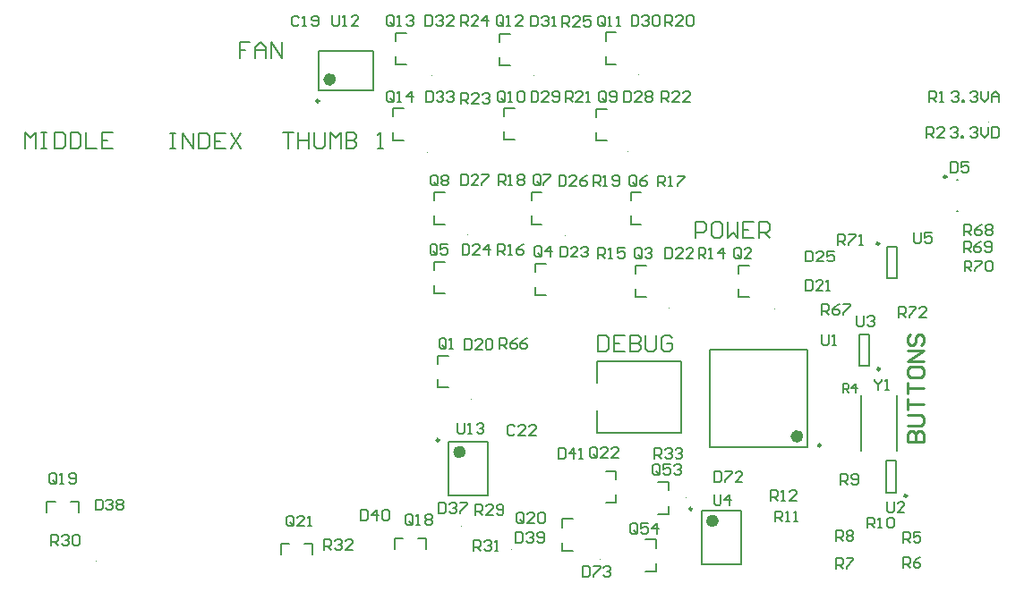
<source format=gto>
G04 Layer_Color=65535*
%FSLAX44Y44*%
%MOMM*%
G71*
G01*
G75*
%ADD33C,0.2500*%
%ADD34C,0.2000*%
%ADD43C,0.6000*%
%ADD47C,0.1000*%
%ADD48C,0.2540*%
D33*
X717250Y388800D02*
G03*
X717250Y388800I-1250J0D01*
G01*
X1133500Y574750D02*
G03*
X1133500Y574750I-1250J0D01*
G01*
X1134250Y456000D02*
G03*
X1134250Y456000I-1250J0D01*
G01*
X1159750Y336000D02*
G03*
X1159750Y336000I-1250J0D01*
G01*
X956500Y323550D02*
G03*
X956500Y323550I-1250J0D01*
G01*
X1078250Y383750D02*
G03*
X1078250Y383750I-1250J0D01*
G01*
X1197250Y638000D02*
G03*
X1197250Y638000I-1250J0D01*
G01*
X603700Y709750D02*
G03*
X603700Y709750I-1250J0D01*
G01*
D34*
X726500Y336500D02*
Y387500D01*
X763500Y336500D02*
Y387500D01*
X726500D02*
X763500D01*
X726500Y336500D02*
X763500D01*
X804500Y615500D02*
Y623250D01*
X814500D01*
X804500Y593250D02*
Y601000D01*
Y593250D02*
X814500D01*
X874750Y359500D02*
X884750D01*
Y351750D02*
Y359500D01*
X874750Y329500D02*
X884750D01*
Y337250D01*
X1150250Y541750D02*
Y571750D01*
X1141250Y541750D02*
Y571750D01*
Y541750D02*
X1150250D01*
X1141250Y571750D02*
X1150250D01*
X946250Y395750D02*
Y463750D01*
X866250Y395750D02*
Y416750D01*
Y442750D02*
Y463750D01*
X946250D01*
X866250Y395750D02*
X946250D01*
X1115000Y459000D02*
X1124000D01*
X1115000Y489000D02*
X1124000D01*
Y459000D02*
Y489000D01*
X1115000Y459000D02*
Y489000D01*
X1140500Y339000D02*
X1149500D01*
X1140500Y369000D02*
X1149500D01*
Y339000D02*
Y369000D01*
X1140500Y339000D02*
Y369000D01*
X965750Y271250D02*
Y322250D01*
X1002750Y271250D02*
Y322250D01*
X965750D02*
X1002750D01*
X965750Y271250D02*
X1002750D01*
X1150500Y378750D02*
Y430750D01*
X1116500Y378750D02*
Y430750D01*
X973750Y474250D02*
X1065750D01*
X973750Y382250D02*
X1065750D01*
X973750D02*
Y474250D01*
X1065750Y382250D02*
Y474250D01*
X1207000Y635500D02*
X1208000D01*
X1207000Y605500D02*
X1208000D01*
X912500Y294500D02*
X922500D01*
Y286750D02*
Y294500D01*
X912500Y264500D02*
X922500D01*
Y272250D01*
X934500Y318750D02*
Y326500D01*
X924500Y318750D02*
X934500D01*
Y341000D02*
Y348750D01*
X924500D02*
X934500D01*
X833750Y284000D02*
X843750D01*
X833750D02*
Y291750D01*
Y314000D02*
X843750D01*
X833750Y306250D02*
Y314000D01*
X368500Y330250D02*
X376250D01*
Y320250D02*
Y330250D01*
X346250D02*
X354000D01*
X346250Y320250D02*
Y330250D01*
X675250Y285750D02*
Y295750D01*
X683000D01*
X705250Y285750D02*
Y295750D01*
X697500D02*
X705250D01*
X673500Y672750D02*
X683500D01*
X673500D02*
Y680500D01*
Y702750D02*
X683500D01*
X673500Y695000D02*
Y702750D01*
X676500Y766500D02*
Y774250D01*
X686500D01*
X676500Y744250D02*
Y752000D01*
Y744250D02*
X686500D01*
X774750Y743500D02*
X784750D01*
X774750D02*
Y751250D01*
Y773500D02*
X784750D01*
X774750Y765750D02*
Y773500D01*
X874750Y766750D02*
Y774500D01*
X884750D01*
X874750Y744500D02*
Y752250D01*
Y744500D02*
X884750D01*
X778500Y673000D02*
X788500D01*
X778500D02*
Y680750D01*
Y703000D02*
X788500D01*
X778500Y695250D02*
Y703000D01*
X865750Y694500D02*
Y702250D01*
X875750D01*
X865750Y672250D02*
Y680000D01*
Y672250D02*
X875750D01*
X712750Y593250D02*
X722750D01*
X712750D02*
Y601000D01*
Y623250D02*
X722750D01*
X712750Y615500D02*
Y623250D01*
X898500Y593250D02*
X908500D01*
X898500D02*
Y601000D01*
Y623250D02*
X908500D01*
X898500Y615500D02*
Y623250D01*
X712750Y549750D02*
Y557500D01*
X722750D01*
X712750Y527500D02*
Y535250D01*
Y527500D02*
X722750D01*
X808250Y525750D02*
X818250D01*
X808250D02*
Y533500D01*
Y555750D02*
X818250D01*
X808250Y548000D02*
Y555750D01*
X903000Y546250D02*
Y554000D01*
X913000D01*
X903000Y524000D02*
Y531750D01*
Y524000D02*
X913000D01*
X1000750D02*
X1010750D01*
X1000750D02*
Y531750D01*
Y554000D02*
X1010750D01*
X1000750Y546250D02*
Y554000D01*
X716250Y460750D02*
Y468500D01*
X726250D01*
X716250Y438500D02*
Y446250D01*
Y438500D02*
X726250D01*
X603750Y720250D02*
X654750D01*
X603750Y757250D02*
X654750D01*
X603750Y720250D02*
Y757250D01*
X654750Y720250D02*
Y757250D01*
X590000Y290250D02*
X597750D01*
Y280250D02*
Y290250D01*
X567750D02*
X575500D01*
X567750Y280250D02*
Y290250D01*
X812915Y631666D02*
Y638331D01*
X811248Y639997D01*
X807916D01*
X806250Y638331D01*
Y631666D01*
X807916Y630000D01*
X811248D01*
X809582Y633332D02*
X812915Y630000D01*
X811248D02*
X812915Y631666D01*
X816247Y639997D02*
X822911D01*
Y638331D01*
X816247Y631666D01*
Y630000D01*
X866887Y373403D02*
Y380067D01*
X865221Y381734D01*
X861889D01*
X860223Y380067D01*
Y373403D01*
X861889Y371737D01*
X865221D01*
X863555Y375069D02*
X866887Y371737D01*
X865221D02*
X866887Y373403D01*
X876884Y371737D02*
X870219D01*
X876884Y378401D01*
Y380067D01*
X875218Y381734D01*
X871886D01*
X870219Y380067D01*
X886881Y371737D02*
X880216D01*
X886881Y378401D01*
Y380067D01*
X885215Y381734D01*
X881882D01*
X880216Y380067D01*
X1166750Y585497D02*
Y577166D01*
X1168416Y575500D01*
X1171748D01*
X1173415Y577166D01*
Y585497D01*
X1183411D02*
X1176747D01*
Y580498D01*
X1180079Y582164D01*
X1181745D01*
X1183411Y580498D01*
Y577166D01*
X1181745Y575500D01*
X1178413D01*
X1176747Y577166D01*
X1151750Y505000D02*
Y514997D01*
X1156748D01*
X1158415Y513331D01*
Y509998D01*
X1156748Y508332D01*
X1151750D01*
X1155082D02*
X1158415Y505000D01*
X1161747Y514997D02*
X1168411D01*
Y513331D01*
X1161747Y506666D01*
Y505000D01*
X1178408D02*
X1171743D01*
X1178408Y511665D01*
Y513331D01*
X1176742Y514997D01*
X1173410D01*
X1171743Y513331D01*
X1094750Y573250D02*
Y583247D01*
X1099748D01*
X1101414Y581581D01*
Y578248D01*
X1099748Y576582D01*
X1094750D01*
X1098082D02*
X1101414Y573250D01*
X1104747Y583247D02*
X1111411D01*
Y581581D01*
X1104747Y574916D01*
Y573250D01*
X1114744D02*
X1118076D01*
X1116410D01*
Y583247D01*
X1114744Y581581D01*
X326000Y664750D02*
Y679745D01*
X330998Y674747D01*
X335997Y679745D01*
Y664750D01*
X340995Y679745D02*
X345993D01*
X343494D01*
Y664750D01*
X340995D01*
X345993D01*
X353491Y679745D02*
Y664750D01*
X360989D01*
X363488Y667249D01*
Y677246D01*
X360989Y679745D01*
X353491D01*
X368486D02*
Y664750D01*
X375984D01*
X378483Y667249D01*
Y677246D01*
X375984Y679745D01*
X368486D01*
X383481D02*
Y664750D01*
X393478D01*
X408473Y679745D02*
X398476D01*
Y664750D01*
X408473D01*
X398476Y672248D02*
X403475D01*
X960000Y580500D02*
Y595495D01*
X967498D01*
X969997Y592996D01*
Y587998D01*
X967498Y585498D01*
X960000D01*
X982493Y595495D02*
X977494D01*
X974995Y592996D01*
Y582999D01*
X977494Y580500D01*
X982493D01*
X984992Y582999D01*
Y592996D01*
X982493Y595495D01*
X989990D02*
Y580500D01*
X994989Y585498D01*
X999987Y580500D01*
Y595495D01*
X1014982D02*
X1004985D01*
Y580500D01*
X1014982D01*
X1004985Y587998D02*
X1009984D01*
X1019981Y580500D02*
Y595495D01*
X1027478D01*
X1029977Y592996D01*
Y587998D01*
X1027478Y585498D01*
X1019981D01*
X1024979D02*
X1029977Y580500D01*
X1156000Y291750D02*
Y301747D01*
X1160998D01*
X1162665Y300081D01*
Y296748D01*
X1160998Y295082D01*
X1156000D01*
X1159332D02*
X1162665Y291750D01*
X1172661Y301747D02*
X1165997D01*
Y296748D01*
X1169329Y298414D01*
X1170995D01*
X1172661Y296748D01*
Y293416D01*
X1170995Y291750D01*
X1167663D01*
X1165997Y293416D01*
X1156000Y267750D02*
Y277747D01*
X1160998D01*
X1162665Y276081D01*
Y272748D01*
X1160998Y271082D01*
X1156000D01*
X1159332D02*
X1162665Y267750D01*
X1172661Y277747D02*
X1169329Y276081D01*
X1165997Y272748D01*
Y269416D01*
X1167663Y267750D01*
X1170995D01*
X1172661Y269416D01*
Y271082D01*
X1170995Y272748D01*
X1165997D01*
X1092500Y267250D02*
Y277247D01*
X1097498D01*
X1099165Y275581D01*
Y272248D01*
X1097498Y270582D01*
X1092500D01*
X1095832D02*
X1099165Y267250D01*
X1102497Y277247D02*
X1109161D01*
Y275581D01*
X1102497Y268916D01*
Y267250D01*
X1092500Y293000D02*
Y302997D01*
X1097498D01*
X1099165Y301331D01*
Y297998D01*
X1097498Y296332D01*
X1092500D01*
X1095832D02*
X1099165Y293000D01*
X1102497Y301331D02*
X1104163Y302997D01*
X1107495D01*
X1109161Y301331D01*
Y299664D01*
X1107495Y297998D01*
X1109161Y296332D01*
Y294666D01*
X1107495Y293000D01*
X1104163D01*
X1102497Y294666D01*
Y296332D01*
X1104163Y297998D01*
X1102497Y299664D01*
Y301331D01*
X1104163Y297998D02*
X1107495D01*
X1097250Y346750D02*
Y356747D01*
X1102248D01*
X1103914Y355081D01*
Y351748D01*
X1102248Y350082D01*
X1097250D01*
X1100582D02*
X1103914Y346750D01*
X1107247Y348416D02*
X1108913Y346750D01*
X1112245D01*
X1113911Y348416D01*
Y355081D01*
X1112245Y356747D01*
X1108913D01*
X1107247Y355081D01*
Y353414D01*
X1108913Y351748D01*
X1113911D01*
X1122750Y305500D02*
Y315497D01*
X1127748D01*
X1129415Y313831D01*
Y310498D01*
X1127748Y308832D01*
X1122750D01*
X1126082D02*
X1129415Y305500D01*
X1132747D02*
X1136079D01*
X1134413D01*
Y315497D01*
X1132747Y313831D01*
X1141077D02*
X1142744Y315497D01*
X1146076D01*
X1147742Y313831D01*
Y307166D01*
X1146076Y305500D01*
X1142744D01*
X1141077Y307166D01*
Y313831D01*
X584915Y788831D02*
X583248Y790497D01*
X579916D01*
X578250Y788831D01*
Y782166D01*
X579916Y780500D01*
X583248D01*
X584915Y782166D01*
X588247Y780500D02*
X591579D01*
X589913D01*
Y790497D01*
X588247Y788831D01*
X596577Y782166D02*
X598244Y780500D01*
X601576D01*
X603242Y782166D01*
Y788831D01*
X601576Y790497D01*
X598244D01*
X596577Y788831D01*
Y787165D01*
X598244Y785498D01*
X603242D01*
X788664Y401581D02*
X786998Y403247D01*
X783666D01*
X782000Y401581D01*
Y394916D01*
X783666Y393250D01*
X786998D01*
X788664Y394916D01*
X798661Y393250D02*
X791997D01*
X798661Y399915D01*
Y401581D01*
X796995Y403247D01*
X793663D01*
X791997Y401581D01*
X808658Y393250D02*
X801994D01*
X808658Y399915D01*
Y401581D01*
X806992Y403247D01*
X803660D01*
X801994Y401581D01*
X1201750Y717081D02*
X1203416Y718747D01*
X1206748D01*
X1208415Y717081D01*
Y715415D01*
X1206748Y713748D01*
X1205082D01*
X1206748D01*
X1208415Y712082D01*
Y710416D01*
X1206748Y708750D01*
X1203416D01*
X1201750Y710416D01*
X1211747Y708750D02*
Y710416D01*
X1213413D01*
Y708750D01*
X1211747D01*
X1220077Y717081D02*
X1221744Y718747D01*
X1225076D01*
X1226742Y717081D01*
Y715415D01*
X1225076Y713748D01*
X1223410D01*
X1225076D01*
X1226742Y712082D01*
Y710416D01*
X1225076Y708750D01*
X1221744D01*
X1220077Y710416D01*
X1230074Y718747D02*
Y712082D01*
X1233406Y708750D01*
X1236739Y712082D01*
Y718747D01*
X1240071Y708750D02*
Y715415D01*
X1243403Y718747D01*
X1246736Y715415D01*
Y708750D01*
Y713748D01*
X1240071D01*
X1201500Y683331D02*
X1203166Y684997D01*
X1206498D01*
X1208165Y683331D01*
Y681665D01*
X1206498Y679998D01*
X1204832D01*
X1206498D01*
X1208165Y678332D01*
Y676666D01*
X1206498Y675000D01*
X1203166D01*
X1201500Y676666D01*
X1211497Y675000D02*
Y676666D01*
X1213163D01*
Y675000D01*
X1211497D01*
X1219827Y683331D02*
X1221494Y684997D01*
X1224826D01*
X1226492Y683331D01*
Y681665D01*
X1224826Y679998D01*
X1223160D01*
X1224826D01*
X1226492Y678332D01*
Y676666D01*
X1224826Y675000D01*
X1221494D01*
X1219827Y676666D01*
X1229824Y684997D02*
Y678332D01*
X1233157Y675000D01*
X1236489Y678332D01*
Y684997D01*
X1239821D02*
Y675000D01*
X1244819D01*
X1246486Y676666D01*
Y683331D01*
X1244819Y684997D01*
X1239821D01*
X1201250Y651747D02*
Y641750D01*
X1206248D01*
X1207915Y643416D01*
Y650081D01*
X1206248Y651747D01*
X1201250D01*
X1217911D02*
X1211247D01*
Y646748D01*
X1214579Y648415D01*
X1216245D01*
X1217911Y646748D01*
Y643416D01*
X1216245Y641750D01*
X1212913D01*
X1211247Y643416D01*
X392250Y332497D02*
Y322500D01*
X397248D01*
X398914Y324166D01*
Y330831D01*
X397248Y332497D01*
X392250D01*
X402247Y330831D02*
X403913Y332497D01*
X407245D01*
X408911Y330831D01*
Y329165D01*
X407245Y327498D01*
X405579D01*
X407245D01*
X408911Y325832D01*
Y324166D01*
X407245Y322500D01*
X403913D01*
X402247Y324166D01*
X412243Y330831D02*
X413910Y332497D01*
X417242D01*
X418908Y330831D01*
Y329165D01*
X417242Y327498D01*
X418908Y325832D01*
Y324166D01*
X417242Y322500D01*
X413910D01*
X412243Y324166D01*
Y325832D01*
X413910Y327498D01*
X412243Y329165D01*
Y330831D01*
X413910Y327498D02*
X417242D01*
X790000Y301497D02*
Y291500D01*
X794998D01*
X796665Y293166D01*
Y299831D01*
X794998Y301497D01*
X790000D01*
X799997Y299831D02*
X801663Y301497D01*
X804995D01*
X806661Y299831D01*
Y298165D01*
X804995Y296498D01*
X803329D01*
X804995D01*
X806661Y294832D01*
Y293166D01*
X804995Y291500D01*
X801663D01*
X799997Y293166D01*
X809994D02*
X811660Y291500D01*
X814992D01*
X816658Y293166D01*
Y299831D01*
X814992Y301497D01*
X811660D01*
X809994Y299831D01*
Y298165D01*
X811660Y296498D01*
X816658D01*
X643500Y322497D02*
Y312500D01*
X648498D01*
X650164Y314166D01*
Y320831D01*
X648498Y322497D01*
X643500D01*
X658495Y312500D02*
Y322497D01*
X653497Y317498D01*
X660161D01*
X663493Y320831D02*
X665160Y322497D01*
X668492D01*
X670158Y320831D01*
Y314166D01*
X668492Y312500D01*
X665160D01*
X663493Y314166D01*
Y320831D01*
X830000Y380997D02*
Y371000D01*
X834998D01*
X836665Y372666D01*
Y379331D01*
X834998Y380997D01*
X830000D01*
X844995Y371000D02*
Y380997D01*
X839997Y375998D01*
X846661D01*
X849994Y371000D02*
X853326D01*
X851660D01*
Y380997D01*
X849994Y379331D01*
X867750Y487495D02*
Y472500D01*
X875248D01*
X877747Y474999D01*
Y484996D01*
X875248Y487495D01*
X867750D01*
X892742D02*
X882745D01*
Y472500D01*
X892742D01*
X882745Y479998D02*
X887744D01*
X897740Y487495D02*
Y472500D01*
X905238D01*
X907737Y474999D01*
Y477498D01*
X905238Y479998D01*
X897740D01*
X905238D01*
X907737Y482497D01*
Y484996D01*
X905238Y487495D01*
X897740D01*
X912735D02*
Y474999D01*
X915235Y472500D01*
X920233D01*
X922732Y474999D01*
Y487495D01*
X937727Y484996D02*
X935228Y487495D01*
X930230D01*
X927731Y484996D01*
Y474999D01*
X930230Y472500D01*
X935228D01*
X937727Y474999D01*
Y479998D01*
X932729D01*
X723914Y476916D02*
Y483581D01*
X722248Y485247D01*
X718916D01*
X717250Y483581D01*
Y476916D01*
X718916Y475250D01*
X722248D01*
X720582Y478582D02*
X723914Y475250D01*
X722248D02*
X723914Y476916D01*
X727247Y475250D02*
X730579D01*
X728913D01*
Y485247D01*
X727247Y483581D01*
X1002664Y562166D02*
Y568831D01*
X1000998Y570497D01*
X997666D01*
X996000Y568831D01*
Y562166D01*
X997666Y560500D01*
X1000998D01*
X999332Y563832D02*
X1002664Y560500D01*
X1000998D02*
X1002664Y562166D01*
X1012661Y560500D02*
X1005997D01*
X1012661Y567164D01*
Y568831D01*
X1010995Y570497D01*
X1007663D01*
X1005997Y568831D01*
X908664Y562166D02*
Y568831D01*
X906998Y570497D01*
X903666D01*
X902000Y568831D01*
Y562166D01*
X903666Y560500D01*
X906998D01*
X905332Y563832D02*
X908664Y560500D01*
X906998D02*
X908664Y562166D01*
X911997Y568831D02*
X913663Y570497D01*
X916995D01*
X918661Y568831D01*
Y567164D01*
X916995Y565498D01*
X915329D01*
X916995D01*
X918661Y563832D01*
Y562166D01*
X916995Y560500D01*
X913663D01*
X911997Y562166D01*
X813914Y563916D02*
Y570581D01*
X812248Y572247D01*
X808916D01*
X807250Y570581D01*
Y563916D01*
X808916Y562250D01*
X812248D01*
X810582Y565582D02*
X813914Y562250D01*
X812248D02*
X813914Y563916D01*
X822245Y562250D02*
Y572247D01*
X817247Y567248D01*
X823911D01*
X715415Y565666D02*
Y572331D01*
X713748Y573997D01*
X710416D01*
X708750Y572331D01*
Y565666D01*
X710416Y564000D01*
X713748D01*
X712082Y567332D02*
X715415Y564000D01*
X713748D02*
X715415Y565666D01*
X725411Y573997D02*
X718747D01*
Y568998D01*
X722079Y570664D01*
X723745D01*
X725411Y568998D01*
Y565666D01*
X723745Y564000D01*
X720413D01*
X718747Y565666D01*
X903914Y630916D02*
Y637581D01*
X902248Y639247D01*
X898916D01*
X897250Y637581D01*
Y630916D01*
X898916Y629250D01*
X902248D01*
X900582Y632582D02*
X903914Y629250D01*
X902248D02*
X903914Y630916D01*
X913911Y639247D02*
X910579Y637581D01*
X907247Y634248D01*
Y630916D01*
X908913Y629250D01*
X912245D01*
X913911Y630916D01*
Y632582D01*
X912245Y634248D01*
X907247D01*
X715915Y631416D02*
Y638081D01*
X714248Y639747D01*
X710916D01*
X709250Y638081D01*
Y631416D01*
X710916Y629750D01*
X714248D01*
X712582Y633082D02*
X715915Y629750D01*
X714248D02*
X715915Y631416D01*
X719247Y638081D02*
X720913Y639747D01*
X724245D01*
X725911Y638081D01*
Y636414D01*
X724245Y634748D01*
X725911Y633082D01*
Y631416D01*
X724245Y629750D01*
X720913D01*
X719247Y631416D01*
Y633082D01*
X720913Y634748D01*
X719247Y636414D01*
Y638081D01*
X720913Y634748D02*
X724245D01*
X874914Y710666D02*
Y717331D01*
X873248Y718997D01*
X869916D01*
X868250Y717331D01*
Y710666D01*
X869916Y709000D01*
X873248D01*
X871582Y712332D02*
X874914Y709000D01*
X873248D02*
X874914Y710666D01*
X878247D02*
X879913Y709000D01*
X883245D01*
X884911Y710666D01*
Y717331D01*
X883245Y718997D01*
X879913D01*
X878247Y717331D01*
Y715665D01*
X879913Y713998D01*
X884911D01*
X779665Y710916D02*
Y717581D01*
X777998Y719247D01*
X774666D01*
X773000Y717581D01*
Y710916D01*
X774666Y709250D01*
X777998D01*
X776332Y712582D02*
X779665Y709250D01*
X777998D02*
X779665Y710916D01*
X782997Y709250D02*
X786329D01*
X784663D01*
Y719247D01*
X782997Y717581D01*
X791327D02*
X792994Y719247D01*
X796326D01*
X797992Y717581D01*
Y710916D01*
X796326Y709250D01*
X792994D01*
X791327Y710916D01*
Y717581D01*
X873914Y782166D02*
Y788831D01*
X872248Y790497D01*
X868916D01*
X867250Y788831D01*
Y782166D01*
X868916Y780500D01*
X872248D01*
X870582Y783832D02*
X873914Y780500D01*
X872248D02*
X873914Y782166D01*
X877247Y780500D02*
X880579D01*
X878913D01*
Y790497D01*
X877247Y788831D01*
X885577Y780500D02*
X888910D01*
X887244D01*
Y790497D01*
X885577Y788831D01*
X778165Y782416D02*
Y789081D01*
X776498Y790747D01*
X773166D01*
X771500Y789081D01*
Y782416D01*
X773166Y780750D01*
X776498D01*
X774832Y784082D02*
X778165Y780750D01*
X776498D02*
X778165Y782416D01*
X781497Y780750D02*
X784829D01*
X783163D01*
Y790747D01*
X781497Y789081D01*
X796492Y780750D02*
X789827D01*
X796492Y787414D01*
Y789081D01*
X794826Y790747D01*
X791494D01*
X789827Y789081D01*
X674665Y782416D02*
Y789081D01*
X672998Y790747D01*
X669666D01*
X668000Y789081D01*
Y782416D01*
X669666Y780750D01*
X672998D01*
X671332Y784082D02*
X674665Y780750D01*
X672998D02*
X674665Y782416D01*
X677997Y780750D02*
X681329D01*
X679663D01*
Y790747D01*
X677997Y789081D01*
X686327D02*
X687994Y790747D01*
X691326D01*
X692992Y789081D01*
Y787414D01*
X691326Y785748D01*
X689660D01*
X691326D01*
X692992Y784082D01*
Y782416D01*
X691326Y780750D01*
X687994D01*
X686327Y782416D01*
X674415Y710916D02*
Y717581D01*
X672748Y719247D01*
X669416D01*
X667750Y717581D01*
Y710916D01*
X669416Y709250D01*
X672748D01*
X671082Y712582D02*
X674415Y709250D01*
X672748D02*
X674415Y710916D01*
X677747Y709250D02*
X681079D01*
X679413D01*
Y719247D01*
X677747Y717581D01*
X691076Y709250D02*
Y719247D01*
X686077Y714248D01*
X692742D01*
X692414Y310416D02*
Y317081D01*
X690748Y318747D01*
X687416D01*
X685750Y317081D01*
Y310416D01*
X687416Y308750D01*
X690748D01*
X689082Y312082D02*
X692414Y308750D01*
X690748D02*
X692414Y310416D01*
X695747Y308750D02*
X699079D01*
X697413D01*
Y318747D01*
X695747Y317081D01*
X704077D02*
X705743Y318747D01*
X709076D01*
X710742Y317081D01*
Y315415D01*
X709076Y313748D01*
X710742Y312082D01*
Y310416D01*
X709076Y308750D01*
X705743D01*
X704077Y310416D01*
Y312082D01*
X705743Y313748D01*
X704077Y315415D01*
Y317081D01*
X705743Y313748D02*
X709076D01*
X355415Y348916D02*
Y355581D01*
X353748Y357247D01*
X350416D01*
X348750Y355581D01*
Y348916D01*
X350416Y347250D01*
X353748D01*
X352082Y350582D02*
X355415Y347250D01*
X353748D02*
X355415Y348916D01*
X358747Y347250D02*
X362079D01*
X360413D01*
Y357247D01*
X358747Y355581D01*
X367077Y348916D02*
X368744Y347250D01*
X372076D01*
X373742Y348916D01*
Y355581D01*
X372076Y357247D01*
X368744D01*
X367077Y355581D01*
Y353914D01*
X368744Y352248D01*
X373742D01*
X797165Y312166D02*
Y318831D01*
X795498Y320497D01*
X792166D01*
X790500Y318831D01*
Y312166D01*
X792166Y310500D01*
X795498D01*
X793832Y313832D02*
X797165Y310500D01*
X795498D02*
X797165Y312166D01*
X807161Y310500D02*
X800497D01*
X807161Y317164D01*
Y318831D01*
X805495Y320497D01*
X802163D01*
X800497Y318831D01*
X810494D02*
X812160Y320497D01*
X815492D01*
X817158Y318831D01*
Y312166D01*
X815492Y310500D01*
X812160D01*
X810494Y312166D01*
Y318831D01*
X1180750Y709000D02*
Y718997D01*
X1185748D01*
X1187414Y717331D01*
Y713998D01*
X1185748Y712332D01*
X1180750D01*
X1184082D02*
X1187414Y709000D01*
X1190747D02*
X1194079D01*
X1192413D01*
Y718997D01*
X1190747Y717331D01*
X1178500Y675000D02*
Y684997D01*
X1183498D01*
X1185164Y683331D01*
Y679998D01*
X1183498Y678332D01*
X1178500D01*
X1181832D02*
X1185164Y675000D01*
X1195161D02*
X1188497D01*
X1195161Y681665D01*
Y683331D01*
X1193495Y684997D01*
X1190163D01*
X1188497Y683331D01*
X1099500Y434000D02*
Y441997D01*
X1103499D01*
X1104832Y440664D01*
Y437999D01*
X1103499Y436666D01*
X1099500D01*
X1102166D02*
X1104832Y434000D01*
X1111496D02*
Y441997D01*
X1107497Y437999D01*
X1112829D01*
X1035000Y311500D02*
Y321497D01*
X1039998D01*
X1041665Y319831D01*
Y316498D01*
X1039998Y314832D01*
X1035000D01*
X1038332D02*
X1041665Y311500D01*
X1044997D02*
X1048329D01*
X1046663D01*
Y321497D01*
X1044997Y319831D01*
X1053327Y311500D02*
X1056660D01*
X1054994D01*
Y321497D01*
X1053327Y319831D01*
X1030750Y331250D02*
Y341247D01*
X1035748D01*
X1037414Y339581D01*
Y336248D01*
X1035748Y334582D01*
X1030750D01*
X1034082D02*
X1037414Y331250D01*
X1040747D02*
X1044079D01*
X1042413D01*
Y341247D01*
X1040747Y339581D01*
X1055742Y331250D02*
X1049077D01*
X1055742Y337915D01*
Y339581D01*
X1054076Y341247D01*
X1050743D01*
X1049077Y339581D01*
X350250Y289250D02*
Y299247D01*
X355248D01*
X356914Y297581D01*
Y294248D01*
X355248Y292582D01*
X350250D01*
X353582D02*
X356914Y289250D01*
X360247Y297581D02*
X361913Y299247D01*
X365245D01*
X366911Y297581D01*
Y295914D01*
X365245Y294248D01*
X363579D01*
X365245D01*
X366911Y292582D01*
Y290916D01*
X365245Y289250D01*
X361913D01*
X360247Y290916D01*
X370244Y297581D02*
X371910Y299247D01*
X375242D01*
X376908Y297581D01*
Y290916D01*
X375242Y289250D01*
X371910D01*
X370244Y290916D01*
Y297581D01*
X867500Y560500D02*
Y570497D01*
X872498D01*
X874165Y568831D01*
Y565498D01*
X872498Y563832D01*
X867500D01*
X870832D02*
X874165Y560500D01*
X877497D02*
X880829D01*
X879163D01*
Y570497D01*
X877497Y568831D01*
X892492Y570497D02*
X885827D01*
Y565498D01*
X889160Y567164D01*
X890826D01*
X892492Y565498D01*
Y562166D01*
X890826Y560500D01*
X887494D01*
X885827Y562166D01*
X608500Y284500D02*
Y294497D01*
X613498D01*
X615164Y292831D01*
Y289498D01*
X613498Y287832D01*
X608500D01*
X611832D02*
X615164Y284500D01*
X618497Y292831D02*
X620163Y294497D01*
X623495D01*
X625161Y292831D01*
Y291164D01*
X623495Y289498D01*
X621829D01*
X623495D01*
X625161Y287832D01*
Y286166D01*
X623495Y284500D01*
X620163D01*
X618497Y286166D01*
X635158Y284500D02*
X628494D01*
X635158Y291164D01*
Y292831D01*
X633492Y294497D01*
X630160D01*
X628494Y292831D01*
X920750Y371000D02*
Y380997D01*
X925748D01*
X927414Y379331D01*
Y375998D01*
X925748Y374332D01*
X920750D01*
X924082D02*
X927414Y371000D01*
X930747Y379331D02*
X932413Y380997D01*
X935745D01*
X937411Y379331D01*
Y377664D01*
X935745Y375998D01*
X934079D01*
X935745D01*
X937411Y374332D01*
Y372666D01*
X935745Y371000D01*
X932413D01*
X930747Y372666D01*
X940744Y379331D02*
X942410Y380997D01*
X945742D01*
X947408Y379331D01*
Y377664D01*
X945742Y375998D01*
X944076D01*
X945742D01*
X947408Y374332D01*
Y372666D01*
X945742Y371000D01*
X942410D01*
X940744Y372666D01*
X927750Y708750D02*
Y718747D01*
X932748D01*
X934415Y717081D01*
Y713748D01*
X932748Y712082D01*
X927750D01*
X931082D02*
X934415Y708750D01*
X944411D02*
X937747D01*
X944411Y715415D01*
Y717081D01*
X942745Y718747D01*
X939413D01*
X937747Y717081D01*
X954408Y708750D02*
X947744D01*
X954408Y715415D01*
Y717081D01*
X952742Y718747D01*
X949410D01*
X947744Y717081D01*
X738000Y707250D02*
Y717247D01*
X742998D01*
X744665Y715581D01*
Y712248D01*
X742998Y710582D01*
X738000D01*
X741332D02*
X744665Y707250D01*
X754661D02*
X747997D01*
X754661Y713914D01*
Y715581D01*
X752995Y717247D01*
X749663D01*
X747997Y715581D01*
X757994D02*
X759660Y717247D01*
X762992D01*
X764658Y715581D01*
Y713914D01*
X762992Y712248D01*
X761326D01*
X762992D01*
X764658Y710582D01*
Y708916D01*
X762992Y707250D01*
X759660D01*
X757994Y708916D01*
X1079250Y488497D02*
Y480166D01*
X1080916Y478500D01*
X1084248D01*
X1085915Y480166D01*
Y488497D01*
X1089247Y478500D02*
X1092579D01*
X1090913D01*
Y488497D01*
X1089247Y486831D01*
X1140750Y330497D02*
Y322166D01*
X1142416Y320500D01*
X1145748D01*
X1147414Y322166D01*
Y330497D01*
X1157411Y320500D02*
X1150747D01*
X1157411Y327164D01*
Y328831D01*
X1155745Y330497D01*
X1152413D01*
X1150747Y328831D01*
X1112250Y506497D02*
Y498166D01*
X1113916Y496500D01*
X1117248D01*
X1118914Y498166D01*
Y506497D01*
X1122247Y504831D02*
X1123913Y506497D01*
X1127245D01*
X1128911Y504831D01*
Y503164D01*
X1127245Y501498D01*
X1125579D01*
X1127245D01*
X1128911Y499832D01*
Y498166D01*
X1127245Y496500D01*
X1123913D01*
X1122247Y498166D01*
X977250Y337247D02*
Y328916D01*
X978916Y327250D01*
X982248D01*
X983914Y328916D01*
Y337247D01*
X992245Y327250D02*
Y337247D01*
X987247Y332248D01*
X993911D01*
X734500Y404497D02*
Y396166D01*
X736166Y394500D01*
X739498D01*
X741164Y396166D01*
Y404497D01*
X744497Y394500D02*
X747829D01*
X746163D01*
Y404497D01*
X744497Y402831D01*
X752827D02*
X754494Y404497D01*
X757826D01*
X759492Y402831D01*
Y401165D01*
X757826Y399498D01*
X756160D01*
X757826D01*
X759492Y397832D01*
Y396166D01*
X757826Y394500D01*
X754494D01*
X752827Y396166D01*
X1129500Y446247D02*
Y444581D01*
X1132832Y441248D01*
X1136164Y444581D01*
Y446247D01*
X1132832Y441248D02*
Y436250D01*
X1139497D02*
X1142829D01*
X1141163D01*
Y446247D01*
X1139497Y444581D01*
X741250Y484747D02*
Y474750D01*
X746248D01*
X747915Y476416D01*
Y483081D01*
X746248Y484747D01*
X741250D01*
X757911Y474750D02*
X751247D01*
X757911Y481414D01*
Y483081D01*
X756245Y484747D01*
X752913D01*
X751247Y483081D01*
X761244D02*
X762910Y484747D01*
X766242D01*
X767908Y483081D01*
Y476416D01*
X766242Y474750D01*
X762910D01*
X761244Y476416D01*
Y483081D01*
X1063750Y540497D02*
Y530500D01*
X1068748D01*
X1070415Y532166D01*
Y538831D01*
X1068748Y540497D01*
X1063750D01*
X1080411Y530500D02*
X1073747D01*
X1080411Y537164D01*
Y538831D01*
X1078745Y540497D01*
X1075413D01*
X1073747Y538831D01*
X1083744Y530500D02*
X1087076D01*
X1085410D01*
Y540497D01*
X1083744Y538831D01*
X931000Y570497D02*
Y560500D01*
X935998D01*
X937664Y562166D01*
Y568831D01*
X935998Y570497D01*
X931000D01*
X947661Y560500D02*
X940997D01*
X947661Y567164D01*
Y568831D01*
X945995Y570497D01*
X942663D01*
X940997Y568831D01*
X957658Y560500D02*
X950994D01*
X957658Y567164D01*
Y568831D01*
X955992Y570497D01*
X952660D01*
X950994Y568831D01*
X831750Y571997D02*
Y562000D01*
X836748D01*
X838415Y563666D01*
Y570331D01*
X836748Y571997D01*
X831750D01*
X848411Y562000D02*
X841747D01*
X848411Y568665D01*
Y570331D01*
X846745Y571997D01*
X843413D01*
X841747Y570331D01*
X851744D02*
X853410Y571997D01*
X856742D01*
X858408Y570331D01*
Y568665D01*
X856742Y566998D01*
X855076D01*
X856742D01*
X858408Y565332D01*
Y563666D01*
X856742Y562000D01*
X853410D01*
X851744Y563666D01*
X739250Y574247D02*
Y564250D01*
X744248D01*
X745915Y565916D01*
Y572581D01*
X744248Y574247D01*
X739250D01*
X755911Y564250D02*
X749247D01*
X755911Y570914D01*
Y572581D01*
X754245Y574247D01*
X750913D01*
X749247Y572581D01*
X764242Y564250D02*
Y574247D01*
X759244Y569248D01*
X765908D01*
X1064000Y567747D02*
Y557750D01*
X1068998D01*
X1070665Y559416D01*
Y566081D01*
X1068998Y567747D01*
X1064000D01*
X1080661Y557750D02*
X1073997D01*
X1080661Y564414D01*
Y566081D01*
X1078995Y567747D01*
X1075663D01*
X1073997Y566081D01*
X1090658Y567747D02*
X1083994D01*
Y562748D01*
X1087326Y564414D01*
X1088992D01*
X1090658Y562748D01*
Y559416D01*
X1088992Y557750D01*
X1085660D01*
X1083994Y559416D01*
X830750Y639247D02*
Y629250D01*
X835748D01*
X837414Y630916D01*
Y637581D01*
X835748Y639247D01*
X830750D01*
X847411Y629250D02*
X840747D01*
X847411Y635914D01*
Y637581D01*
X845745Y639247D01*
X842413D01*
X840747Y637581D01*
X857408Y639247D02*
X854076Y637581D01*
X850744Y634248D01*
Y630916D01*
X852410Y629250D01*
X855742D01*
X857408Y630916D01*
Y632582D01*
X855742Y634248D01*
X850744D01*
X737750Y639997D02*
Y630000D01*
X742748D01*
X744415Y631666D01*
Y638331D01*
X742748Y639997D01*
X737750D01*
X754411Y630000D02*
X747747D01*
X754411Y636665D01*
Y638331D01*
X752745Y639997D01*
X749413D01*
X747747Y638331D01*
X757744Y639997D02*
X764408D01*
Y638331D01*
X757744Y631666D01*
Y630000D01*
X892250Y718997D02*
Y709000D01*
X897248D01*
X898914Y710666D01*
Y717331D01*
X897248Y718997D01*
X892250D01*
X908911Y709000D02*
X902247D01*
X908911Y715665D01*
Y717331D01*
X907245Y718997D01*
X903913D01*
X902247Y717331D01*
X912244D02*
X913910Y718997D01*
X917242D01*
X918908Y717331D01*
Y715665D01*
X917242Y713998D01*
X918908Y712332D01*
Y710666D01*
X917242Y709000D01*
X913910D01*
X912244Y710666D01*
Y712332D01*
X913910Y713998D01*
X912244Y715665D01*
Y717331D01*
X913910Y713998D02*
X917242D01*
X804500Y718747D02*
Y708750D01*
X809498D01*
X811164Y710416D01*
Y717081D01*
X809498Y718747D01*
X804500D01*
X821161Y708750D02*
X814497D01*
X821161Y715415D01*
Y717081D01*
X819495Y718747D01*
X816163D01*
X814497Y717081D01*
X824494Y710416D02*
X826160Y708750D01*
X829492D01*
X831158Y710416D01*
Y717081D01*
X829492Y718747D01*
X826160D01*
X824494Y717081D01*
Y715415D01*
X826160Y713748D01*
X831158D01*
X899250Y790747D02*
Y780750D01*
X904248D01*
X905915Y782416D01*
Y789081D01*
X904248Y790747D01*
X899250D01*
X909247Y789081D02*
X910913Y790747D01*
X914245D01*
X915911Y789081D01*
Y787414D01*
X914245Y785748D01*
X912579D01*
X914245D01*
X915911Y784082D01*
Y782416D01*
X914245Y780750D01*
X910913D01*
X909247Y782416D01*
X919244Y789081D02*
X920910Y790747D01*
X924242D01*
X925908Y789081D01*
Y782416D01*
X924242Y780750D01*
X920910D01*
X919244Y782416D01*
Y789081D01*
X804250Y790497D02*
Y780500D01*
X809248D01*
X810915Y782166D01*
Y788831D01*
X809248Y790497D01*
X804250D01*
X814247Y788831D02*
X815913Y790497D01*
X819245D01*
X820911Y788831D01*
Y787165D01*
X819245Y785498D01*
X817579D01*
X819245D01*
X820911Y783832D01*
Y782166D01*
X819245Y780500D01*
X815913D01*
X814247Y782166D01*
X824244Y780500D02*
X827576D01*
X825910D01*
Y790497D01*
X824244Y788831D01*
X704500Y791247D02*
Y781250D01*
X709498D01*
X711164Y782916D01*
Y789581D01*
X709498Y791247D01*
X704500D01*
X714497Y789581D02*
X716163Y791247D01*
X719495D01*
X721161Y789581D01*
Y787915D01*
X719495Y786248D01*
X717829D01*
X719495D01*
X721161Y784582D01*
Y782916D01*
X719495Y781250D01*
X716163D01*
X714497Y782916D01*
X731158Y781250D02*
X724493D01*
X731158Y787915D01*
Y789581D01*
X729492Y791247D01*
X726160D01*
X724493Y789581D01*
X704750Y718747D02*
Y708750D01*
X709748D01*
X711414Y710416D01*
Y717081D01*
X709748Y718747D01*
X704750D01*
X714747Y717081D02*
X716413Y718747D01*
X719745D01*
X721411Y717081D01*
Y715415D01*
X719745Y713748D01*
X718079D01*
X719745D01*
X721411Y712082D01*
Y710416D01*
X719745Y708750D01*
X716413D01*
X714747Y710416D01*
X724744Y717081D02*
X726410Y718747D01*
X729742D01*
X731408Y717081D01*
Y715415D01*
X729742Y713748D01*
X728076D01*
X729742D01*
X731408Y712082D01*
Y710416D01*
X729742Y708750D01*
X726410D01*
X724744Y710416D01*
X717207Y329658D02*
Y319661D01*
X722206D01*
X723872Y321327D01*
Y327992D01*
X722206Y329658D01*
X717207D01*
X727204Y327992D02*
X728870Y329658D01*
X732202D01*
X733868Y327992D01*
Y326325D01*
X732202Y324659D01*
X730536D01*
X732202D01*
X733868Y322993D01*
Y321327D01*
X732202Y319661D01*
X728870D01*
X727204Y321327D01*
X737201Y329658D02*
X743865D01*
Y327992D01*
X737201Y321327D01*
Y319661D01*
X977500Y358997D02*
Y349000D01*
X982498D01*
X984165Y350666D01*
Y357331D01*
X982498Y358997D01*
X977500D01*
X987497D02*
X994161D01*
Y357331D01*
X987497Y350666D01*
Y349000D01*
X1004158D02*
X997494D01*
X1004158Y355664D01*
Y357331D01*
X1002492Y358997D01*
X999160D01*
X997494Y357331D01*
X853000Y269247D02*
Y259250D01*
X857998D01*
X859665Y260916D01*
Y267581D01*
X857998Y269247D01*
X853000D01*
X862997D02*
X869661D01*
Y267581D01*
X862997Y260916D01*
Y259250D01*
X872994Y267581D02*
X874660Y269247D01*
X877992D01*
X879658Y267581D01*
Y265914D01*
X877992Y264248D01*
X876326D01*
X877992D01*
X879658Y262582D01*
Y260916D01*
X877992Y259250D01*
X874660D01*
X872994Y260916D01*
X579664Y308916D02*
Y315581D01*
X577998Y317247D01*
X574666D01*
X573000Y315581D01*
Y308916D01*
X574666Y307250D01*
X577998D01*
X576332Y310582D02*
X579664Y307250D01*
X577998D02*
X579664Y308916D01*
X589661Y307250D02*
X582997D01*
X589661Y313915D01*
Y315581D01*
X587995Y317247D01*
X584663D01*
X582997Y315581D01*
X592994Y307250D02*
X596326D01*
X594660D01*
Y317247D01*
X592994Y315581D01*
X925915Y357416D02*
Y364081D01*
X924248Y365747D01*
X920916D01*
X919250Y364081D01*
Y357416D01*
X920916Y355750D01*
X924248D01*
X922582Y359082D02*
X925915Y355750D01*
X924248D02*
X925915Y357416D01*
X935911Y365747D02*
X929247D01*
Y360748D01*
X932579Y362415D01*
X934245D01*
X935911Y360748D01*
Y357416D01*
X934245Y355750D01*
X930913D01*
X929247Y357416D01*
X939243Y364081D02*
X940910Y365747D01*
X944242D01*
X945908Y364081D01*
Y362415D01*
X944242Y360748D01*
X942576D01*
X944242D01*
X945908Y359082D01*
Y357416D01*
X944242Y355750D01*
X940910D01*
X939243Y357416D01*
X904914Y301666D02*
Y308331D01*
X903248Y309997D01*
X899916D01*
X898250Y308331D01*
Y301666D01*
X899916Y300000D01*
X903248D01*
X901582Y303332D02*
X904914Y300000D01*
X903248D02*
X904914Y301666D01*
X914911Y309997D02*
X908247D01*
Y304998D01*
X911579Y306665D01*
X913245D01*
X914911Y304998D01*
Y301666D01*
X913245Y300000D01*
X909913D01*
X908247Y301666D01*
X923242Y300000D02*
Y309997D01*
X918244Y304998D01*
X924908D01*
X962750Y560500D02*
Y570497D01*
X967748D01*
X969415Y568831D01*
Y565498D01*
X967748Y563832D01*
X962750D01*
X966082D02*
X969415Y560500D01*
X972747D02*
X976079D01*
X974413D01*
Y570497D01*
X972747Y568831D01*
X986076Y560500D02*
Y570497D01*
X981077Y565498D01*
X987742D01*
X772500Y564000D02*
Y573997D01*
X777498D01*
X779165Y572331D01*
Y568998D01*
X777498Y567332D01*
X772500D01*
X775832D02*
X779165Y564000D01*
X782497D02*
X785829D01*
X784163D01*
Y573997D01*
X782497Y572331D01*
X797492Y573997D02*
X794160Y572331D01*
X790827Y568998D01*
Y565666D01*
X792494Y564000D01*
X795826D01*
X797492Y565666D01*
Y567332D01*
X795826Y568998D01*
X790827D01*
X924500Y629000D02*
Y638997D01*
X929498D01*
X931164Y637331D01*
Y633998D01*
X929498Y632332D01*
X924500D01*
X927832D02*
X931164Y629000D01*
X934497D02*
X937829D01*
X936163D01*
Y638997D01*
X934497Y637331D01*
X942827Y638997D02*
X949492D01*
Y637331D01*
X942827Y630666D01*
Y629000D01*
X773250Y630000D02*
Y639997D01*
X778248D01*
X779914Y638331D01*
Y634998D01*
X778248Y633332D01*
X773250D01*
X776582D02*
X779914Y630000D01*
X783247D02*
X786579D01*
X784913D01*
Y639997D01*
X783247Y638331D01*
X791577D02*
X793243Y639997D01*
X796576D01*
X798242Y638331D01*
Y636665D01*
X796576Y634998D01*
X798242Y633332D01*
Y631666D01*
X796576Y630000D01*
X793243D01*
X791577Y631666D01*
Y633332D01*
X793243Y634998D01*
X791577Y636665D01*
Y638331D01*
X793243Y634998D02*
X796576D01*
X863000Y629500D02*
Y639497D01*
X867998D01*
X869665Y637831D01*
Y634498D01*
X867998Y632832D01*
X863000D01*
X866332D02*
X869665Y629500D01*
X872997D02*
X876329D01*
X874663D01*
Y639497D01*
X872997Y637831D01*
X881327Y631166D02*
X882993Y629500D01*
X886326D01*
X887992Y631166D01*
Y637831D01*
X886326Y639497D01*
X882993D01*
X881327Y637831D01*
Y636165D01*
X882993Y634498D01*
X887992D01*
X931250Y781250D02*
Y791247D01*
X936248D01*
X937915Y789581D01*
Y786248D01*
X936248Y784582D01*
X931250D01*
X934582D02*
X937915Y781250D01*
X947911D02*
X941247D01*
X947911Y787915D01*
Y789581D01*
X946245Y791247D01*
X942913D01*
X941247Y789581D01*
X951244D02*
X952910Y791247D01*
X956242D01*
X957908Y789581D01*
Y782916D01*
X956242Y781250D01*
X952910D01*
X951244Y782916D01*
Y789581D01*
X836750Y708750D02*
Y718747D01*
X841748D01*
X843415Y717081D01*
Y713748D01*
X841748Y712082D01*
X836750D01*
X840082D02*
X843415Y708750D01*
X853411D02*
X846747D01*
X853411Y715415D01*
Y717081D01*
X851745Y718747D01*
X848413D01*
X846747Y717081D01*
X856743Y708750D02*
X860076D01*
X858410D01*
Y718747D01*
X856743Y717081D01*
X737750Y781000D02*
Y790997D01*
X742748D01*
X744415Y789331D01*
Y785998D01*
X742748Y784332D01*
X737750D01*
X741082D02*
X744415Y781000D01*
X754411D02*
X747747D01*
X754411Y787664D01*
Y789331D01*
X752745Y790997D01*
X749413D01*
X747747Y789331D01*
X762742Y781000D02*
Y790997D01*
X757744Y785998D01*
X764408D01*
X833750Y780250D02*
Y790247D01*
X838748D01*
X840415Y788581D01*
Y785248D01*
X838748Y783582D01*
X833750D01*
X837082D02*
X840415Y780250D01*
X850411D02*
X843747D01*
X850411Y786915D01*
Y788581D01*
X848745Y790247D01*
X845413D01*
X843747Y788581D01*
X860408Y790247D02*
X853744D01*
Y785248D01*
X857076Y786915D01*
X858742D01*
X860408Y785248D01*
Y781916D01*
X858742Y780250D01*
X855410D01*
X853744Y781916D01*
X751500Y317750D02*
Y327747D01*
X756498D01*
X758165Y326081D01*
Y322748D01*
X756498Y321082D01*
X751500D01*
X754832D02*
X758165Y317750D01*
X768161D02*
X761497D01*
X768161Y324414D01*
Y326081D01*
X766495Y327747D01*
X763163D01*
X761497Y326081D01*
X771494Y319416D02*
X773160Y317750D01*
X776492D01*
X778158Y319416D01*
Y326081D01*
X776492Y327747D01*
X773160D01*
X771494Y326081D01*
Y324414D01*
X773160Y322748D01*
X778158D01*
X749750Y284000D02*
Y293997D01*
X754748D01*
X756414Y292331D01*
Y288998D01*
X754748Y287332D01*
X749750D01*
X753082D02*
X756414Y284000D01*
X759747Y292331D02*
X761413Y293997D01*
X764745D01*
X766411Y292331D01*
Y290665D01*
X764745Y288998D01*
X763079D01*
X764745D01*
X766411Y287332D01*
Y285666D01*
X764745Y284000D01*
X761413D01*
X759747Y285666D01*
X769744Y284000D02*
X773076D01*
X771410D01*
Y293997D01*
X769744Y292331D01*
X774250Y475000D02*
Y484997D01*
X779248D01*
X780915Y483331D01*
Y479998D01*
X779248Y478332D01*
X774250D01*
X777582D02*
X780915Y475000D01*
X790911Y484997D02*
X787579Y483331D01*
X784247Y479998D01*
Y476666D01*
X785913Y475000D01*
X789245D01*
X790911Y476666D01*
Y478332D01*
X789245Y479998D01*
X784247D01*
X800908Y484997D02*
X797576Y483331D01*
X794243Y479998D01*
Y476666D01*
X795910Y475000D01*
X799242D01*
X800908Y476666D01*
Y478332D01*
X799242Y479998D01*
X794243D01*
X1079250Y507750D02*
Y517747D01*
X1084248D01*
X1085915Y516081D01*
Y512748D01*
X1084248Y511082D01*
X1079250D01*
X1082582D02*
X1085915Y507750D01*
X1095911Y517747D02*
X1092579Y516081D01*
X1089247Y512748D01*
Y509416D01*
X1090913Y507750D01*
X1094245D01*
X1095911Y509416D01*
Y511082D01*
X1094245Y512748D01*
X1089247D01*
X1099243Y517747D02*
X1105908D01*
Y516081D01*
X1099243Y509416D01*
Y507750D01*
X538497Y765245D02*
X528500D01*
Y757747D01*
X533498D01*
X528500D01*
Y750250D01*
X543495D02*
Y760247D01*
X548493Y765245D01*
X553492Y760247D01*
Y750250D01*
Y757747D01*
X543495D01*
X558490Y750250D02*
Y765245D01*
X568487Y750250D01*
Y765245D01*
X616000Y790747D02*
Y782416D01*
X617666Y780750D01*
X620998D01*
X622664Y782416D01*
Y790747D01*
X625997Y780750D02*
X629329D01*
X627663D01*
Y790747D01*
X625997Y789081D01*
X640992Y780750D02*
X634327D01*
X640992Y787414D01*
Y789081D01*
X639326Y790747D01*
X635993D01*
X634327Y789081D01*
X462500Y679495D02*
X467498D01*
X464999D01*
Y664500D01*
X462500D01*
X467498D01*
X474996D02*
Y679495D01*
X484993Y664500D01*
Y679495D01*
X489991D02*
Y664500D01*
X497489D01*
X499988Y666999D01*
Y676996D01*
X497489Y679495D01*
X489991D01*
X514983D02*
X504986D01*
Y664500D01*
X514983D01*
X504986Y671998D02*
X509985D01*
X519981Y679495D02*
X529978Y664500D01*
Y679495D02*
X519981Y664500D01*
X569250Y679995D02*
X579247D01*
X574248D01*
Y665000D01*
X584245Y679995D02*
Y665000D01*
Y672498D01*
X594242D01*
Y679995D01*
Y665000D01*
X599240Y679995D02*
Y667499D01*
X601740Y665000D01*
X606738D01*
X609237Y667499D01*
Y679995D01*
X614235Y665000D02*
Y679995D01*
X619234Y674997D01*
X624232Y679995D01*
Y665000D01*
X629231Y679995D02*
Y665000D01*
X636728D01*
X639227Y667499D01*
Y669998D01*
X636728Y672498D01*
X629231D01*
X636728D01*
X639227Y674997D01*
Y677496D01*
X636728Y679995D01*
X629231D01*
X659221Y665000D02*
X664219D01*
X661720D01*
Y679995D01*
X659221Y677496D01*
X1214000Y582750D02*
Y592747D01*
X1218998D01*
X1220665Y591081D01*
Y587748D01*
X1218998Y586082D01*
X1214000D01*
X1217332D02*
X1220665Y582750D01*
X1230661Y592747D02*
X1227329Y591081D01*
X1223997Y587748D01*
Y584416D01*
X1225663Y582750D01*
X1228995D01*
X1230661Y584416D01*
Y586082D01*
X1228995Y587748D01*
X1223997D01*
X1233994Y591081D02*
X1235660Y592747D01*
X1238992D01*
X1240658Y591081D01*
Y589414D01*
X1238992Y587748D01*
X1240658Y586082D01*
Y584416D01*
X1238992Y582750D01*
X1235660D01*
X1233994Y584416D01*
Y586082D01*
X1235660Y587748D01*
X1233994Y589414D01*
Y591081D01*
X1235660Y587748D02*
X1238992D01*
X1213500Y566750D02*
Y576747D01*
X1218498D01*
X1220164Y575081D01*
Y571748D01*
X1218498Y570082D01*
X1213500D01*
X1216832D02*
X1220164Y566750D01*
X1230161Y576747D02*
X1226829Y575081D01*
X1223497Y571748D01*
Y568416D01*
X1225163Y566750D01*
X1228495D01*
X1230161Y568416D01*
Y570082D01*
X1228495Y571748D01*
X1223497D01*
X1233494Y568416D02*
X1235160Y566750D01*
X1238492D01*
X1240158Y568416D01*
Y575081D01*
X1238492Y576747D01*
X1235160D01*
X1233494Y575081D01*
Y573414D01*
X1235160Y571748D01*
X1240158D01*
X1214250Y548500D02*
Y558497D01*
X1219248D01*
X1220915Y556831D01*
Y553498D01*
X1219248Y551832D01*
X1214250D01*
X1217582D02*
X1220915Y548500D01*
X1224247Y558497D02*
X1230911D01*
Y556831D01*
X1224247Y550166D01*
Y548500D01*
X1234244Y556831D02*
X1235910Y558497D01*
X1239242D01*
X1240908Y556831D01*
Y550166D01*
X1239242Y548500D01*
X1235910D01*
X1234244Y550166D01*
Y556831D01*
D43*
X739500Y377500D02*
G03*
X739500Y377500I-3000J0D01*
G01*
X978750Y312250D02*
G03*
X978750Y312250I-3000J0D01*
G01*
X1058750Y392250D02*
G03*
X1058750Y392250I-3000J0D01*
G01*
X616750Y730250D02*
G03*
X616750Y730250I-3000J0D01*
G01*
D47*
X393000Y273750D02*
G03*
X393000Y273750I-500J0D01*
G01*
X869500Y275750D02*
G03*
X869500Y275750I-500J0D01*
G01*
X1237371Y690129D02*
G03*
X1237371Y690129I-500J0D01*
G01*
X1237121Y656379D02*
G03*
X1237121Y656379I-500J0D01*
G01*
X951000Y334250D02*
G03*
X951000Y334250I-500J0D01*
G01*
X706000Y661000D02*
G03*
X706000Y661000I-500J0D01*
G01*
X710500Y733500D02*
G03*
X710500Y733500I-500J0D01*
G01*
X807000D02*
G03*
X807000Y733500I-500J0D01*
G01*
X906750Y735000D02*
G03*
X906750Y735000I-500J0D01*
G01*
X809250Y662500D02*
G03*
X809250Y662500I-500J0D01*
G01*
X896000Y662000D02*
G03*
X896000Y662000I-500J0D01*
G01*
X744750Y583250D02*
G03*
X744750Y583250I-500J0D01*
G01*
X836500Y582250D02*
G03*
X836500Y582250I-500J0D01*
G01*
X1083250Y575250D02*
G03*
X1083250Y575250I-500J0D01*
G01*
X747000Y516750D02*
G03*
X747000Y516750I-500J0D01*
G01*
X839250Y514250D02*
G03*
X839250Y514250I-500J0D01*
G01*
X935000Y513500D02*
G03*
X935000Y513500I-500J0D01*
G01*
X748500Y427750D02*
G03*
X748500Y427750I-500J0D01*
G01*
X1035000Y513250D02*
G03*
X1035000Y513250I-500J0D01*
G01*
X642000Y264500D02*
G03*
X642000Y264500I-500J0D01*
G01*
X830750Y322000D02*
G03*
X830750Y322000I-500J0D01*
G01*
X785750Y285250D02*
G03*
X785750Y285250I-500J0D01*
G01*
X738250Y307250D02*
G03*
X738250Y307250I-500J0D01*
G01*
D48*
X1160265Y387500D02*
X1175500D01*
Y395117D01*
X1172961Y397657D01*
X1170422D01*
X1167883Y395117D01*
Y387500D01*
Y395117D01*
X1165343Y397657D01*
X1162804D01*
X1160265Y395117D01*
Y387500D01*
Y402735D02*
X1172961D01*
X1175500Y405274D01*
Y410353D01*
X1172961Y412892D01*
X1160265D01*
Y417970D02*
Y428127D01*
Y423049D01*
X1175500D01*
X1160265Y433205D02*
Y443362D01*
Y438284D01*
X1175500D01*
X1160265Y456058D02*
Y450979D01*
X1162804Y448440D01*
X1172961D01*
X1175500Y450979D01*
Y456058D01*
X1172961Y458597D01*
X1162804D01*
X1160265Y456058D01*
X1175500Y463675D02*
X1160265D01*
X1175500Y473832D01*
X1160265D01*
X1162804Y489067D02*
X1160265Y486528D01*
Y481450D01*
X1162804Y478910D01*
X1165343D01*
X1167883Y481450D01*
Y486528D01*
X1170422Y489067D01*
X1172961D01*
X1175500Y486528D01*
Y481450D01*
X1172961Y478910D01*
M02*

</source>
